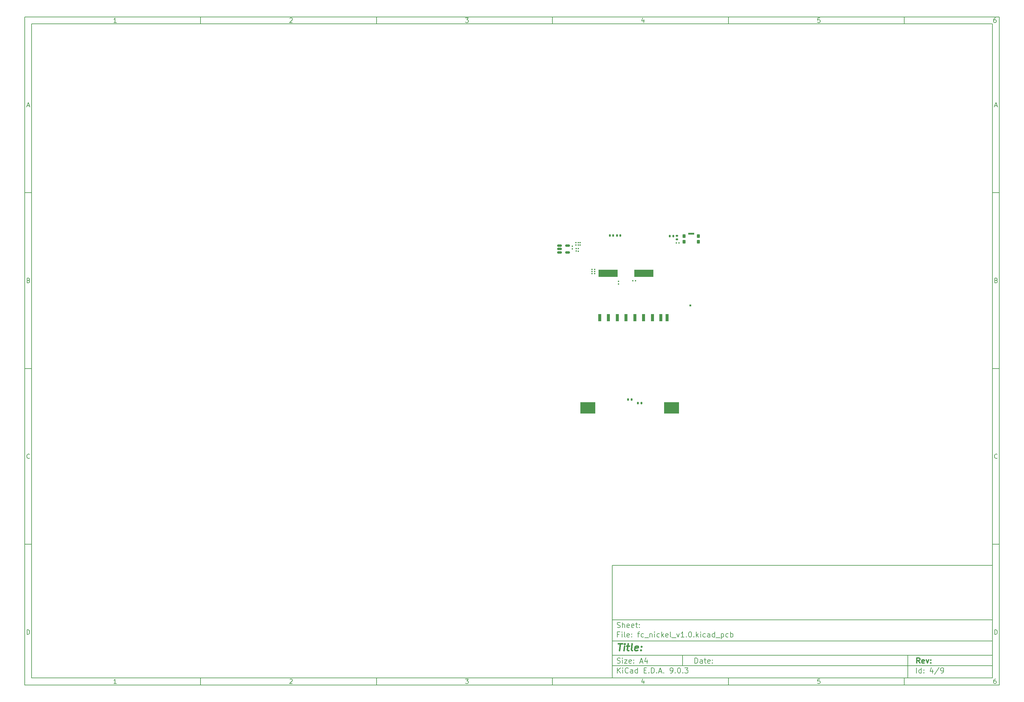
<source format=gbr>
%TF.GenerationSoftware,KiCad,Pcbnew,9.0.3*%
%TF.CreationDate,2025-08-31T17:25:54+05:30*%
%TF.ProjectId,fc_nickel_v1.0,66635f6e-6963-46b6-956c-5f76312e302e,rev?*%
%TF.SameCoordinates,Original*%
%TF.FileFunction,Paste,Bot*%
%TF.FilePolarity,Positive*%
%FSLAX46Y46*%
G04 Gerber Fmt 4.6, Leading zero omitted, Abs format (unit mm)*
G04 Created by KiCad (PCBNEW 9.0.3) date 2025-08-31 17:25:54*
%MOMM*%
%LPD*%
G01*
G04 APERTURE LIST*
G04 Aperture macros list*
%AMRoundRect*
0 Rectangle with rounded corners*
0 $1 Rounding radius*
0 $2 $3 $4 $5 $6 $7 $8 $9 X,Y pos of 4 corners*
0 Add a 4 corners polygon primitive as box body*
4,1,4,$2,$3,$4,$5,$6,$7,$8,$9,$2,$3,0*
0 Add four circle primitives for the rounded corners*
1,1,$1+$1,$2,$3*
1,1,$1+$1,$4,$5*
1,1,$1+$1,$6,$7*
1,1,$1+$1,$8,$9*
0 Add four rect primitives between the rounded corners*
20,1,$1+$1,$2,$3,$4,$5,0*
20,1,$1+$1,$4,$5,$6,$7,0*
20,1,$1+$1,$6,$7,$8,$9,0*
20,1,$1+$1,$8,$9,$2,$3,0*%
G04 Aperture macros list end*
%ADD10C,0.100000*%
%ADD11C,0.150000*%
%ADD12C,0.300000*%
%ADD13C,0.400000*%
%ADD14RoundRect,0.140000X-0.140000X-0.170000X0.140000X-0.170000X0.140000X0.170000X-0.140000X0.170000X0*%
%ADD15RoundRect,0.067500X0.137500X0.067500X-0.137500X0.067500X-0.137500X-0.067500X0.137500X-0.067500X0*%
%ADD16R,5.500000X2.000000*%
%ADD17RoundRect,0.067500X-0.067500X0.137500X-0.067500X-0.137500X0.067500X-0.137500X0.067500X0.137500X0*%
%ADD18RoundRect,0.135000X0.135000X0.185000X-0.135000X0.185000X-0.135000X-0.185000X0.135000X-0.185000X0*%
%ADD19RoundRect,0.067500X0.067500X-0.137500X0.067500X0.137500X-0.067500X0.137500X-0.067500X-0.137500X0*%
%ADD20R,0.900000X2.100000*%
%ADD21R,4.320000X3.200000*%
%ADD22RoundRect,0.135000X0.185000X-0.135000X0.185000X0.135000X-0.185000X0.135000X-0.185000X-0.135000X0*%
%ADD23RoundRect,0.135000X0.315000X0.365000X-0.315000X0.365000X-0.315000X-0.365000X0.315000X-0.365000X0*%
%ADD24RoundRect,0.082500X0.767500X0.192500X-0.767500X0.192500X-0.767500X-0.192500X0.767500X-0.192500X0*%
%ADD25RoundRect,0.067500X-0.137500X-0.067500X0.137500X-0.067500X0.137500X0.067500X-0.137500X0.067500X0*%
%ADD26RoundRect,0.135000X-0.135000X-0.185000X0.135000X-0.185000X0.135000X0.185000X-0.135000X0.185000X0*%
%ADD27R,0.500000X0.500000*%
%ADD28RoundRect,0.150000X-0.512500X-0.150000X0.512500X-0.150000X0.512500X0.150000X-0.512500X0.150000X0*%
G04 APERTURE END LIST*
D10*
D11*
X177002200Y-166007200D02*
X285002200Y-166007200D01*
X285002200Y-198007200D01*
X177002200Y-198007200D01*
X177002200Y-166007200D01*
D10*
D11*
X10000000Y-10000000D02*
X287002200Y-10000000D01*
X287002200Y-200007200D01*
X10000000Y-200007200D01*
X10000000Y-10000000D01*
D10*
D11*
X12000000Y-12000000D02*
X285002200Y-12000000D01*
X285002200Y-198007200D01*
X12000000Y-198007200D01*
X12000000Y-12000000D01*
D10*
D11*
X60000000Y-12000000D02*
X60000000Y-10000000D01*
D10*
D11*
X110000000Y-12000000D02*
X110000000Y-10000000D01*
D10*
D11*
X160000000Y-12000000D02*
X160000000Y-10000000D01*
D10*
D11*
X210000000Y-12000000D02*
X210000000Y-10000000D01*
D10*
D11*
X260000000Y-12000000D02*
X260000000Y-10000000D01*
D10*
D11*
X36089160Y-11593604D02*
X35346303Y-11593604D01*
X35717731Y-11593604D02*
X35717731Y-10293604D01*
X35717731Y-10293604D02*
X35593922Y-10479319D01*
X35593922Y-10479319D02*
X35470112Y-10603128D01*
X35470112Y-10603128D02*
X35346303Y-10665033D01*
D10*
D11*
X85346303Y-10417414D02*
X85408207Y-10355509D01*
X85408207Y-10355509D02*
X85532017Y-10293604D01*
X85532017Y-10293604D02*
X85841541Y-10293604D01*
X85841541Y-10293604D02*
X85965350Y-10355509D01*
X85965350Y-10355509D02*
X86027255Y-10417414D01*
X86027255Y-10417414D02*
X86089160Y-10541223D01*
X86089160Y-10541223D02*
X86089160Y-10665033D01*
X86089160Y-10665033D02*
X86027255Y-10850747D01*
X86027255Y-10850747D02*
X85284398Y-11593604D01*
X85284398Y-11593604D02*
X86089160Y-11593604D01*
D10*
D11*
X135284398Y-10293604D02*
X136089160Y-10293604D01*
X136089160Y-10293604D02*
X135655826Y-10788842D01*
X135655826Y-10788842D02*
X135841541Y-10788842D01*
X135841541Y-10788842D02*
X135965350Y-10850747D01*
X135965350Y-10850747D02*
X136027255Y-10912652D01*
X136027255Y-10912652D02*
X136089160Y-11036461D01*
X136089160Y-11036461D02*
X136089160Y-11345985D01*
X136089160Y-11345985D02*
X136027255Y-11469795D01*
X136027255Y-11469795D02*
X135965350Y-11531700D01*
X135965350Y-11531700D02*
X135841541Y-11593604D01*
X135841541Y-11593604D02*
X135470112Y-11593604D01*
X135470112Y-11593604D02*
X135346303Y-11531700D01*
X135346303Y-11531700D02*
X135284398Y-11469795D01*
D10*
D11*
X185965350Y-10726938D02*
X185965350Y-11593604D01*
X185655826Y-10231700D02*
X185346303Y-11160271D01*
X185346303Y-11160271D02*
X186151064Y-11160271D01*
D10*
D11*
X236027255Y-10293604D02*
X235408207Y-10293604D01*
X235408207Y-10293604D02*
X235346303Y-10912652D01*
X235346303Y-10912652D02*
X235408207Y-10850747D01*
X235408207Y-10850747D02*
X235532017Y-10788842D01*
X235532017Y-10788842D02*
X235841541Y-10788842D01*
X235841541Y-10788842D02*
X235965350Y-10850747D01*
X235965350Y-10850747D02*
X236027255Y-10912652D01*
X236027255Y-10912652D02*
X236089160Y-11036461D01*
X236089160Y-11036461D02*
X236089160Y-11345985D01*
X236089160Y-11345985D02*
X236027255Y-11469795D01*
X236027255Y-11469795D02*
X235965350Y-11531700D01*
X235965350Y-11531700D02*
X235841541Y-11593604D01*
X235841541Y-11593604D02*
X235532017Y-11593604D01*
X235532017Y-11593604D02*
X235408207Y-11531700D01*
X235408207Y-11531700D02*
X235346303Y-11469795D01*
D10*
D11*
X285965350Y-10293604D02*
X285717731Y-10293604D01*
X285717731Y-10293604D02*
X285593922Y-10355509D01*
X285593922Y-10355509D02*
X285532017Y-10417414D01*
X285532017Y-10417414D02*
X285408207Y-10603128D01*
X285408207Y-10603128D02*
X285346303Y-10850747D01*
X285346303Y-10850747D02*
X285346303Y-11345985D01*
X285346303Y-11345985D02*
X285408207Y-11469795D01*
X285408207Y-11469795D02*
X285470112Y-11531700D01*
X285470112Y-11531700D02*
X285593922Y-11593604D01*
X285593922Y-11593604D02*
X285841541Y-11593604D01*
X285841541Y-11593604D02*
X285965350Y-11531700D01*
X285965350Y-11531700D02*
X286027255Y-11469795D01*
X286027255Y-11469795D02*
X286089160Y-11345985D01*
X286089160Y-11345985D02*
X286089160Y-11036461D01*
X286089160Y-11036461D02*
X286027255Y-10912652D01*
X286027255Y-10912652D02*
X285965350Y-10850747D01*
X285965350Y-10850747D02*
X285841541Y-10788842D01*
X285841541Y-10788842D02*
X285593922Y-10788842D01*
X285593922Y-10788842D02*
X285470112Y-10850747D01*
X285470112Y-10850747D02*
X285408207Y-10912652D01*
X285408207Y-10912652D02*
X285346303Y-11036461D01*
D10*
D11*
X60000000Y-198007200D02*
X60000000Y-200007200D01*
D10*
D11*
X110000000Y-198007200D02*
X110000000Y-200007200D01*
D10*
D11*
X160000000Y-198007200D02*
X160000000Y-200007200D01*
D10*
D11*
X210000000Y-198007200D02*
X210000000Y-200007200D01*
D10*
D11*
X260000000Y-198007200D02*
X260000000Y-200007200D01*
D10*
D11*
X36089160Y-199600804D02*
X35346303Y-199600804D01*
X35717731Y-199600804D02*
X35717731Y-198300804D01*
X35717731Y-198300804D02*
X35593922Y-198486519D01*
X35593922Y-198486519D02*
X35470112Y-198610328D01*
X35470112Y-198610328D02*
X35346303Y-198672233D01*
D10*
D11*
X85346303Y-198424614D02*
X85408207Y-198362709D01*
X85408207Y-198362709D02*
X85532017Y-198300804D01*
X85532017Y-198300804D02*
X85841541Y-198300804D01*
X85841541Y-198300804D02*
X85965350Y-198362709D01*
X85965350Y-198362709D02*
X86027255Y-198424614D01*
X86027255Y-198424614D02*
X86089160Y-198548423D01*
X86089160Y-198548423D02*
X86089160Y-198672233D01*
X86089160Y-198672233D02*
X86027255Y-198857947D01*
X86027255Y-198857947D02*
X85284398Y-199600804D01*
X85284398Y-199600804D02*
X86089160Y-199600804D01*
D10*
D11*
X135284398Y-198300804D02*
X136089160Y-198300804D01*
X136089160Y-198300804D02*
X135655826Y-198796042D01*
X135655826Y-198796042D02*
X135841541Y-198796042D01*
X135841541Y-198796042D02*
X135965350Y-198857947D01*
X135965350Y-198857947D02*
X136027255Y-198919852D01*
X136027255Y-198919852D02*
X136089160Y-199043661D01*
X136089160Y-199043661D02*
X136089160Y-199353185D01*
X136089160Y-199353185D02*
X136027255Y-199476995D01*
X136027255Y-199476995D02*
X135965350Y-199538900D01*
X135965350Y-199538900D02*
X135841541Y-199600804D01*
X135841541Y-199600804D02*
X135470112Y-199600804D01*
X135470112Y-199600804D02*
X135346303Y-199538900D01*
X135346303Y-199538900D02*
X135284398Y-199476995D01*
D10*
D11*
X185965350Y-198734138D02*
X185965350Y-199600804D01*
X185655826Y-198238900D02*
X185346303Y-199167471D01*
X185346303Y-199167471D02*
X186151064Y-199167471D01*
D10*
D11*
X236027255Y-198300804D02*
X235408207Y-198300804D01*
X235408207Y-198300804D02*
X235346303Y-198919852D01*
X235346303Y-198919852D02*
X235408207Y-198857947D01*
X235408207Y-198857947D02*
X235532017Y-198796042D01*
X235532017Y-198796042D02*
X235841541Y-198796042D01*
X235841541Y-198796042D02*
X235965350Y-198857947D01*
X235965350Y-198857947D02*
X236027255Y-198919852D01*
X236027255Y-198919852D02*
X236089160Y-199043661D01*
X236089160Y-199043661D02*
X236089160Y-199353185D01*
X236089160Y-199353185D02*
X236027255Y-199476995D01*
X236027255Y-199476995D02*
X235965350Y-199538900D01*
X235965350Y-199538900D02*
X235841541Y-199600804D01*
X235841541Y-199600804D02*
X235532017Y-199600804D01*
X235532017Y-199600804D02*
X235408207Y-199538900D01*
X235408207Y-199538900D02*
X235346303Y-199476995D01*
D10*
D11*
X285965350Y-198300804D02*
X285717731Y-198300804D01*
X285717731Y-198300804D02*
X285593922Y-198362709D01*
X285593922Y-198362709D02*
X285532017Y-198424614D01*
X285532017Y-198424614D02*
X285408207Y-198610328D01*
X285408207Y-198610328D02*
X285346303Y-198857947D01*
X285346303Y-198857947D02*
X285346303Y-199353185D01*
X285346303Y-199353185D02*
X285408207Y-199476995D01*
X285408207Y-199476995D02*
X285470112Y-199538900D01*
X285470112Y-199538900D02*
X285593922Y-199600804D01*
X285593922Y-199600804D02*
X285841541Y-199600804D01*
X285841541Y-199600804D02*
X285965350Y-199538900D01*
X285965350Y-199538900D02*
X286027255Y-199476995D01*
X286027255Y-199476995D02*
X286089160Y-199353185D01*
X286089160Y-199353185D02*
X286089160Y-199043661D01*
X286089160Y-199043661D02*
X286027255Y-198919852D01*
X286027255Y-198919852D02*
X285965350Y-198857947D01*
X285965350Y-198857947D02*
X285841541Y-198796042D01*
X285841541Y-198796042D02*
X285593922Y-198796042D01*
X285593922Y-198796042D02*
X285470112Y-198857947D01*
X285470112Y-198857947D02*
X285408207Y-198919852D01*
X285408207Y-198919852D02*
X285346303Y-199043661D01*
D10*
D11*
X10000000Y-60000000D02*
X12000000Y-60000000D01*
D10*
D11*
X10000000Y-110000000D02*
X12000000Y-110000000D01*
D10*
D11*
X10000000Y-160000000D02*
X12000000Y-160000000D01*
D10*
D11*
X10690476Y-35222176D02*
X11309523Y-35222176D01*
X10566666Y-35593604D02*
X10999999Y-34293604D01*
X10999999Y-34293604D02*
X11433333Y-35593604D01*
D10*
D11*
X11092857Y-84912652D02*
X11278571Y-84974557D01*
X11278571Y-84974557D02*
X11340476Y-85036461D01*
X11340476Y-85036461D02*
X11402380Y-85160271D01*
X11402380Y-85160271D02*
X11402380Y-85345985D01*
X11402380Y-85345985D02*
X11340476Y-85469795D01*
X11340476Y-85469795D02*
X11278571Y-85531700D01*
X11278571Y-85531700D02*
X11154761Y-85593604D01*
X11154761Y-85593604D02*
X10659523Y-85593604D01*
X10659523Y-85593604D02*
X10659523Y-84293604D01*
X10659523Y-84293604D02*
X11092857Y-84293604D01*
X11092857Y-84293604D02*
X11216666Y-84355509D01*
X11216666Y-84355509D02*
X11278571Y-84417414D01*
X11278571Y-84417414D02*
X11340476Y-84541223D01*
X11340476Y-84541223D02*
X11340476Y-84665033D01*
X11340476Y-84665033D02*
X11278571Y-84788842D01*
X11278571Y-84788842D02*
X11216666Y-84850747D01*
X11216666Y-84850747D02*
X11092857Y-84912652D01*
X11092857Y-84912652D02*
X10659523Y-84912652D01*
D10*
D11*
X11402380Y-135469795D02*
X11340476Y-135531700D01*
X11340476Y-135531700D02*
X11154761Y-135593604D01*
X11154761Y-135593604D02*
X11030952Y-135593604D01*
X11030952Y-135593604D02*
X10845238Y-135531700D01*
X10845238Y-135531700D02*
X10721428Y-135407890D01*
X10721428Y-135407890D02*
X10659523Y-135284080D01*
X10659523Y-135284080D02*
X10597619Y-135036461D01*
X10597619Y-135036461D02*
X10597619Y-134850747D01*
X10597619Y-134850747D02*
X10659523Y-134603128D01*
X10659523Y-134603128D02*
X10721428Y-134479319D01*
X10721428Y-134479319D02*
X10845238Y-134355509D01*
X10845238Y-134355509D02*
X11030952Y-134293604D01*
X11030952Y-134293604D02*
X11154761Y-134293604D01*
X11154761Y-134293604D02*
X11340476Y-134355509D01*
X11340476Y-134355509D02*
X11402380Y-134417414D01*
D10*
D11*
X10659523Y-185593604D02*
X10659523Y-184293604D01*
X10659523Y-184293604D02*
X10969047Y-184293604D01*
X10969047Y-184293604D02*
X11154761Y-184355509D01*
X11154761Y-184355509D02*
X11278571Y-184479319D01*
X11278571Y-184479319D02*
X11340476Y-184603128D01*
X11340476Y-184603128D02*
X11402380Y-184850747D01*
X11402380Y-184850747D02*
X11402380Y-185036461D01*
X11402380Y-185036461D02*
X11340476Y-185284080D01*
X11340476Y-185284080D02*
X11278571Y-185407890D01*
X11278571Y-185407890D02*
X11154761Y-185531700D01*
X11154761Y-185531700D02*
X10969047Y-185593604D01*
X10969047Y-185593604D02*
X10659523Y-185593604D01*
D10*
D11*
X287002200Y-60000000D02*
X285002200Y-60000000D01*
D10*
D11*
X287002200Y-110000000D02*
X285002200Y-110000000D01*
D10*
D11*
X287002200Y-160000000D02*
X285002200Y-160000000D01*
D10*
D11*
X285692676Y-35222176D02*
X286311723Y-35222176D01*
X285568866Y-35593604D02*
X286002199Y-34293604D01*
X286002199Y-34293604D02*
X286435533Y-35593604D01*
D10*
D11*
X286095057Y-84912652D02*
X286280771Y-84974557D01*
X286280771Y-84974557D02*
X286342676Y-85036461D01*
X286342676Y-85036461D02*
X286404580Y-85160271D01*
X286404580Y-85160271D02*
X286404580Y-85345985D01*
X286404580Y-85345985D02*
X286342676Y-85469795D01*
X286342676Y-85469795D02*
X286280771Y-85531700D01*
X286280771Y-85531700D02*
X286156961Y-85593604D01*
X286156961Y-85593604D02*
X285661723Y-85593604D01*
X285661723Y-85593604D02*
X285661723Y-84293604D01*
X285661723Y-84293604D02*
X286095057Y-84293604D01*
X286095057Y-84293604D02*
X286218866Y-84355509D01*
X286218866Y-84355509D02*
X286280771Y-84417414D01*
X286280771Y-84417414D02*
X286342676Y-84541223D01*
X286342676Y-84541223D02*
X286342676Y-84665033D01*
X286342676Y-84665033D02*
X286280771Y-84788842D01*
X286280771Y-84788842D02*
X286218866Y-84850747D01*
X286218866Y-84850747D02*
X286095057Y-84912652D01*
X286095057Y-84912652D02*
X285661723Y-84912652D01*
D10*
D11*
X286404580Y-135469795D02*
X286342676Y-135531700D01*
X286342676Y-135531700D02*
X286156961Y-135593604D01*
X286156961Y-135593604D02*
X286033152Y-135593604D01*
X286033152Y-135593604D02*
X285847438Y-135531700D01*
X285847438Y-135531700D02*
X285723628Y-135407890D01*
X285723628Y-135407890D02*
X285661723Y-135284080D01*
X285661723Y-135284080D02*
X285599819Y-135036461D01*
X285599819Y-135036461D02*
X285599819Y-134850747D01*
X285599819Y-134850747D02*
X285661723Y-134603128D01*
X285661723Y-134603128D02*
X285723628Y-134479319D01*
X285723628Y-134479319D02*
X285847438Y-134355509D01*
X285847438Y-134355509D02*
X286033152Y-134293604D01*
X286033152Y-134293604D02*
X286156961Y-134293604D01*
X286156961Y-134293604D02*
X286342676Y-134355509D01*
X286342676Y-134355509D02*
X286404580Y-134417414D01*
D10*
D11*
X285661723Y-185593604D02*
X285661723Y-184293604D01*
X285661723Y-184293604D02*
X285971247Y-184293604D01*
X285971247Y-184293604D02*
X286156961Y-184355509D01*
X286156961Y-184355509D02*
X286280771Y-184479319D01*
X286280771Y-184479319D02*
X286342676Y-184603128D01*
X286342676Y-184603128D02*
X286404580Y-184850747D01*
X286404580Y-184850747D02*
X286404580Y-185036461D01*
X286404580Y-185036461D02*
X286342676Y-185284080D01*
X286342676Y-185284080D02*
X286280771Y-185407890D01*
X286280771Y-185407890D02*
X286156961Y-185531700D01*
X286156961Y-185531700D02*
X285971247Y-185593604D01*
X285971247Y-185593604D02*
X285661723Y-185593604D01*
D10*
D11*
X200458026Y-193793328D02*
X200458026Y-192293328D01*
X200458026Y-192293328D02*
X200815169Y-192293328D01*
X200815169Y-192293328D02*
X201029455Y-192364757D01*
X201029455Y-192364757D02*
X201172312Y-192507614D01*
X201172312Y-192507614D02*
X201243741Y-192650471D01*
X201243741Y-192650471D02*
X201315169Y-192936185D01*
X201315169Y-192936185D02*
X201315169Y-193150471D01*
X201315169Y-193150471D02*
X201243741Y-193436185D01*
X201243741Y-193436185D02*
X201172312Y-193579042D01*
X201172312Y-193579042D02*
X201029455Y-193721900D01*
X201029455Y-193721900D02*
X200815169Y-193793328D01*
X200815169Y-193793328D02*
X200458026Y-193793328D01*
X202600884Y-193793328D02*
X202600884Y-193007614D01*
X202600884Y-193007614D02*
X202529455Y-192864757D01*
X202529455Y-192864757D02*
X202386598Y-192793328D01*
X202386598Y-192793328D02*
X202100884Y-192793328D01*
X202100884Y-192793328D02*
X201958026Y-192864757D01*
X202600884Y-193721900D02*
X202458026Y-193793328D01*
X202458026Y-193793328D02*
X202100884Y-193793328D01*
X202100884Y-193793328D02*
X201958026Y-193721900D01*
X201958026Y-193721900D02*
X201886598Y-193579042D01*
X201886598Y-193579042D02*
X201886598Y-193436185D01*
X201886598Y-193436185D02*
X201958026Y-193293328D01*
X201958026Y-193293328D02*
X202100884Y-193221900D01*
X202100884Y-193221900D02*
X202458026Y-193221900D01*
X202458026Y-193221900D02*
X202600884Y-193150471D01*
X203100884Y-192793328D02*
X203672312Y-192793328D01*
X203315169Y-192293328D02*
X203315169Y-193579042D01*
X203315169Y-193579042D02*
X203386598Y-193721900D01*
X203386598Y-193721900D02*
X203529455Y-193793328D01*
X203529455Y-193793328D02*
X203672312Y-193793328D01*
X204743741Y-193721900D02*
X204600884Y-193793328D01*
X204600884Y-193793328D02*
X204315170Y-193793328D01*
X204315170Y-193793328D02*
X204172312Y-193721900D01*
X204172312Y-193721900D02*
X204100884Y-193579042D01*
X204100884Y-193579042D02*
X204100884Y-193007614D01*
X204100884Y-193007614D02*
X204172312Y-192864757D01*
X204172312Y-192864757D02*
X204315170Y-192793328D01*
X204315170Y-192793328D02*
X204600884Y-192793328D01*
X204600884Y-192793328D02*
X204743741Y-192864757D01*
X204743741Y-192864757D02*
X204815170Y-193007614D01*
X204815170Y-193007614D02*
X204815170Y-193150471D01*
X204815170Y-193150471D02*
X204100884Y-193293328D01*
X205458026Y-193650471D02*
X205529455Y-193721900D01*
X205529455Y-193721900D02*
X205458026Y-193793328D01*
X205458026Y-193793328D02*
X205386598Y-193721900D01*
X205386598Y-193721900D02*
X205458026Y-193650471D01*
X205458026Y-193650471D02*
X205458026Y-193793328D01*
X205458026Y-192864757D02*
X205529455Y-192936185D01*
X205529455Y-192936185D02*
X205458026Y-193007614D01*
X205458026Y-193007614D02*
X205386598Y-192936185D01*
X205386598Y-192936185D02*
X205458026Y-192864757D01*
X205458026Y-192864757D02*
X205458026Y-193007614D01*
D10*
D11*
X177002200Y-194507200D02*
X285002200Y-194507200D01*
D10*
D11*
X178458026Y-196593328D02*
X178458026Y-195093328D01*
X179315169Y-196593328D02*
X178672312Y-195736185D01*
X179315169Y-195093328D02*
X178458026Y-195950471D01*
X179958026Y-196593328D02*
X179958026Y-195593328D01*
X179958026Y-195093328D02*
X179886598Y-195164757D01*
X179886598Y-195164757D02*
X179958026Y-195236185D01*
X179958026Y-195236185D02*
X180029455Y-195164757D01*
X180029455Y-195164757D02*
X179958026Y-195093328D01*
X179958026Y-195093328D02*
X179958026Y-195236185D01*
X181529455Y-196450471D02*
X181458027Y-196521900D01*
X181458027Y-196521900D02*
X181243741Y-196593328D01*
X181243741Y-196593328D02*
X181100884Y-196593328D01*
X181100884Y-196593328D02*
X180886598Y-196521900D01*
X180886598Y-196521900D02*
X180743741Y-196379042D01*
X180743741Y-196379042D02*
X180672312Y-196236185D01*
X180672312Y-196236185D02*
X180600884Y-195950471D01*
X180600884Y-195950471D02*
X180600884Y-195736185D01*
X180600884Y-195736185D02*
X180672312Y-195450471D01*
X180672312Y-195450471D02*
X180743741Y-195307614D01*
X180743741Y-195307614D02*
X180886598Y-195164757D01*
X180886598Y-195164757D02*
X181100884Y-195093328D01*
X181100884Y-195093328D02*
X181243741Y-195093328D01*
X181243741Y-195093328D02*
X181458027Y-195164757D01*
X181458027Y-195164757D02*
X181529455Y-195236185D01*
X182815170Y-196593328D02*
X182815170Y-195807614D01*
X182815170Y-195807614D02*
X182743741Y-195664757D01*
X182743741Y-195664757D02*
X182600884Y-195593328D01*
X182600884Y-195593328D02*
X182315170Y-195593328D01*
X182315170Y-195593328D02*
X182172312Y-195664757D01*
X182815170Y-196521900D02*
X182672312Y-196593328D01*
X182672312Y-196593328D02*
X182315170Y-196593328D01*
X182315170Y-196593328D02*
X182172312Y-196521900D01*
X182172312Y-196521900D02*
X182100884Y-196379042D01*
X182100884Y-196379042D02*
X182100884Y-196236185D01*
X182100884Y-196236185D02*
X182172312Y-196093328D01*
X182172312Y-196093328D02*
X182315170Y-196021900D01*
X182315170Y-196021900D02*
X182672312Y-196021900D01*
X182672312Y-196021900D02*
X182815170Y-195950471D01*
X184172313Y-196593328D02*
X184172313Y-195093328D01*
X184172313Y-196521900D02*
X184029455Y-196593328D01*
X184029455Y-196593328D02*
X183743741Y-196593328D01*
X183743741Y-196593328D02*
X183600884Y-196521900D01*
X183600884Y-196521900D02*
X183529455Y-196450471D01*
X183529455Y-196450471D02*
X183458027Y-196307614D01*
X183458027Y-196307614D02*
X183458027Y-195879042D01*
X183458027Y-195879042D02*
X183529455Y-195736185D01*
X183529455Y-195736185D02*
X183600884Y-195664757D01*
X183600884Y-195664757D02*
X183743741Y-195593328D01*
X183743741Y-195593328D02*
X184029455Y-195593328D01*
X184029455Y-195593328D02*
X184172313Y-195664757D01*
X186029455Y-195807614D02*
X186529455Y-195807614D01*
X186743741Y-196593328D02*
X186029455Y-196593328D01*
X186029455Y-196593328D02*
X186029455Y-195093328D01*
X186029455Y-195093328D02*
X186743741Y-195093328D01*
X187386598Y-196450471D02*
X187458027Y-196521900D01*
X187458027Y-196521900D02*
X187386598Y-196593328D01*
X187386598Y-196593328D02*
X187315170Y-196521900D01*
X187315170Y-196521900D02*
X187386598Y-196450471D01*
X187386598Y-196450471D02*
X187386598Y-196593328D01*
X188100884Y-196593328D02*
X188100884Y-195093328D01*
X188100884Y-195093328D02*
X188458027Y-195093328D01*
X188458027Y-195093328D02*
X188672313Y-195164757D01*
X188672313Y-195164757D02*
X188815170Y-195307614D01*
X188815170Y-195307614D02*
X188886599Y-195450471D01*
X188886599Y-195450471D02*
X188958027Y-195736185D01*
X188958027Y-195736185D02*
X188958027Y-195950471D01*
X188958027Y-195950471D02*
X188886599Y-196236185D01*
X188886599Y-196236185D02*
X188815170Y-196379042D01*
X188815170Y-196379042D02*
X188672313Y-196521900D01*
X188672313Y-196521900D02*
X188458027Y-196593328D01*
X188458027Y-196593328D02*
X188100884Y-196593328D01*
X189600884Y-196450471D02*
X189672313Y-196521900D01*
X189672313Y-196521900D02*
X189600884Y-196593328D01*
X189600884Y-196593328D02*
X189529456Y-196521900D01*
X189529456Y-196521900D02*
X189600884Y-196450471D01*
X189600884Y-196450471D02*
X189600884Y-196593328D01*
X190243742Y-196164757D02*
X190958028Y-196164757D01*
X190100885Y-196593328D02*
X190600885Y-195093328D01*
X190600885Y-195093328D02*
X191100885Y-196593328D01*
X191600884Y-196450471D02*
X191672313Y-196521900D01*
X191672313Y-196521900D02*
X191600884Y-196593328D01*
X191600884Y-196593328D02*
X191529456Y-196521900D01*
X191529456Y-196521900D02*
X191600884Y-196450471D01*
X191600884Y-196450471D02*
X191600884Y-196593328D01*
X193529456Y-196593328D02*
X193815170Y-196593328D01*
X193815170Y-196593328D02*
X193958027Y-196521900D01*
X193958027Y-196521900D02*
X194029456Y-196450471D01*
X194029456Y-196450471D02*
X194172313Y-196236185D01*
X194172313Y-196236185D02*
X194243742Y-195950471D01*
X194243742Y-195950471D02*
X194243742Y-195379042D01*
X194243742Y-195379042D02*
X194172313Y-195236185D01*
X194172313Y-195236185D02*
X194100885Y-195164757D01*
X194100885Y-195164757D02*
X193958027Y-195093328D01*
X193958027Y-195093328D02*
X193672313Y-195093328D01*
X193672313Y-195093328D02*
X193529456Y-195164757D01*
X193529456Y-195164757D02*
X193458027Y-195236185D01*
X193458027Y-195236185D02*
X193386599Y-195379042D01*
X193386599Y-195379042D02*
X193386599Y-195736185D01*
X193386599Y-195736185D02*
X193458027Y-195879042D01*
X193458027Y-195879042D02*
X193529456Y-195950471D01*
X193529456Y-195950471D02*
X193672313Y-196021900D01*
X193672313Y-196021900D02*
X193958027Y-196021900D01*
X193958027Y-196021900D02*
X194100885Y-195950471D01*
X194100885Y-195950471D02*
X194172313Y-195879042D01*
X194172313Y-195879042D02*
X194243742Y-195736185D01*
X194886598Y-196450471D02*
X194958027Y-196521900D01*
X194958027Y-196521900D02*
X194886598Y-196593328D01*
X194886598Y-196593328D02*
X194815170Y-196521900D01*
X194815170Y-196521900D02*
X194886598Y-196450471D01*
X194886598Y-196450471D02*
X194886598Y-196593328D01*
X195886599Y-195093328D02*
X196029456Y-195093328D01*
X196029456Y-195093328D02*
X196172313Y-195164757D01*
X196172313Y-195164757D02*
X196243742Y-195236185D01*
X196243742Y-195236185D02*
X196315170Y-195379042D01*
X196315170Y-195379042D02*
X196386599Y-195664757D01*
X196386599Y-195664757D02*
X196386599Y-196021900D01*
X196386599Y-196021900D02*
X196315170Y-196307614D01*
X196315170Y-196307614D02*
X196243742Y-196450471D01*
X196243742Y-196450471D02*
X196172313Y-196521900D01*
X196172313Y-196521900D02*
X196029456Y-196593328D01*
X196029456Y-196593328D02*
X195886599Y-196593328D01*
X195886599Y-196593328D02*
X195743742Y-196521900D01*
X195743742Y-196521900D02*
X195672313Y-196450471D01*
X195672313Y-196450471D02*
X195600884Y-196307614D01*
X195600884Y-196307614D02*
X195529456Y-196021900D01*
X195529456Y-196021900D02*
X195529456Y-195664757D01*
X195529456Y-195664757D02*
X195600884Y-195379042D01*
X195600884Y-195379042D02*
X195672313Y-195236185D01*
X195672313Y-195236185D02*
X195743742Y-195164757D01*
X195743742Y-195164757D02*
X195886599Y-195093328D01*
X197029455Y-196450471D02*
X197100884Y-196521900D01*
X197100884Y-196521900D02*
X197029455Y-196593328D01*
X197029455Y-196593328D02*
X196958027Y-196521900D01*
X196958027Y-196521900D02*
X197029455Y-196450471D01*
X197029455Y-196450471D02*
X197029455Y-196593328D01*
X197600884Y-195093328D02*
X198529456Y-195093328D01*
X198529456Y-195093328D02*
X198029456Y-195664757D01*
X198029456Y-195664757D02*
X198243741Y-195664757D01*
X198243741Y-195664757D02*
X198386599Y-195736185D01*
X198386599Y-195736185D02*
X198458027Y-195807614D01*
X198458027Y-195807614D02*
X198529456Y-195950471D01*
X198529456Y-195950471D02*
X198529456Y-196307614D01*
X198529456Y-196307614D02*
X198458027Y-196450471D01*
X198458027Y-196450471D02*
X198386599Y-196521900D01*
X198386599Y-196521900D02*
X198243741Y-196593328D01*
X198243741Y-196593328D02*
X197815170Y-196593328D01*
X197815170Y-196593328D02*
X197672313Y-196521900D01*
X197672313Y-196521900D02*
X197600884Y-196450471D01*
D10*
D11*
X177002200Y-191507200D02*
X285002200Y-191507200D01*
D10*
D12*
X264413853Y-193785528D02*
X263913853Y-193071242D01*
X263556710Y-193785528D02*
X263556710Y-192285528D01*
X263556710Y-192285528D02*
X264128139Y-192285528D01*
X264128139Y-192285528D02*
X264270996Y-192356957D01*
X264270996Y-192356957D02*
X264342425Y-192428385D01*
X264342425Y-192428385D02*
X264413853Y-192571242D01*
X264413853Y-192571242D02*
X264413853Y-192785528D01*
X264413853Y-192785528D02*
X264342425Y-192928385D01*
X264342425Y-192928385D02*
X264270996Y-192999814D01*
X264270996Y-192999814D02*
X264128139Y-193071242D01*
X264128139Y-193071242D02*
X263556710Y-193071242D01*
X265628139Y-193714100D02*
X265485282Y-193785528D01*
X265485282Y-193785528D02*
X265199568Y-193785528D01*
X265199568Y-193785528D02*
X265056710Y-193714100D01*
X265056710Y-193714100D02*
X264985282Y-193571242D01*
X264985282Y-193571242D02*
X264985282Y-192999814D01*
X264985282Y-192999814D02*
X265056710Y-192856957D01*
X265056710Y-192856957D02*
X265199568Y-192785528D01*
X265199568Y-192785528D02*
X265485282Y-192785528D01*
X265485282Y-192785528D02*
X265628139Y-192856957D01*
X265628139Y-192856957D02*
X265699568Y-192999814D01*
X265699568Y-192999814D02*
X265699568Y-193142671D01*
X265699568Y-193142671D02*
X264985282Y-193285528D01*
X266199567Y-192785528D02*
X266556710Y-193785528D01*
X266556710Y-193785528D02*
X266913853Y-192785528D01*
X267485281Y-193642671D02*
X267556710Y-193714100D01*
X267556710Y-193714100D02*
X267485281Y-193785528D01*
X267485281Y-193785528D02*
X267413853Y-193714100D01*
X267413853Y-193714100D02*
X267485281Y-193642671D01*
X267485281Y-193642671D02*
X267485281Y-193785528D01*
X267485281Y-192856957D02*
X267556710Y-192928385D01*
X267556710Y-192928385D02*
X267485281Y-192999814D01*
X267485281Y-192999814D02*
X267413853Y-192928385D01*
X267413853Y-192928385D02*
X267485281Y-192856957D01*
X267485281Y-192856957D02*
X267485281Y-192999814D01*
D10*
D11*
X178386598Y-193721900D02*
X178600884Y-193793328D01*
X178600884Y-193793328D02*
X178958026Y-193793328D01*
X178958026Y-193793328D02*
X179100884Y-193721900D01*
X179100884Y-193721900D02*
X179172312Y-193650471D01*
X179172312Y-193650471D02*
X179243741Y-193507614D01*
X179243741Y-193507614D02*
X179243741Y-193364757D01*
X179243741Y-193364757D02*
X179172312Y-193221900D01*
X179172312Y-193221900D02*
X179100884Y-193150471D01*
X179100884Y-193150471D02*
X178958026Y-193079042D01*
X178958026Y-193079042D02*
X178672312Y-193007614D01*
X178672312Y-193007614D02*
X178529455Y-192936185D01*
X178529455Y-192936185D02*
X178458026Y-192864757D01*
X178458026Y-192864757D02*
X178386598Y-192721900D01*
X178386598Y-192721900D02*
X178386598Y-192579042D01*
X178386598Y-192579042D02*
X178458026Y-192436185D01*
X178458026Y-192436185D02*
X178529455Y-192364757D01*
X178529455Y-192364757D02*
X178672312Y-192293328D01*
X178672312Y-192293328D02*
X179029455Y-192293328D01*
X179029455Y-192293328D02*
X179243741Y-192364757D01*
X179886597Y-193793328D02*
X179886597Y-192793328D01*
X179886597Y-192293328D02*
X179815169Y-192364757D01*
X179815169Y-192364757D02*
X179886597Y-192436185D01*
X179886597Y-192436185D02*
X179958026Y-192364757D01*
X179958026Y-192364757D02*
X179886597Y-192293328D01*
X179886597Y-192293328D02*
X179886597Y-192436185D01*
X180458026Y-192793328D02*
X181243741Y-192793328D01*
X181243741Y-192793328D02*
X180458026Y-193793328D01*
X180458026Y-193793328D02*
X181243741Y-193793328D01*
X182386598Y-193721900D02*
X182243741Y-193793328D01*
X182243741Y-193793328D02*
X181958027Y-193793328D01*
X181958027Y-193793328D02*
X181815169Y-193721900D01*
X181815169Y-193721900D02*
X181743741Y-193579042D01*
X181743741Y-193579042D02*
X181743741Y-193007614D01*
X181743741Y-193007614D02*
X181815169Y-192864757D01*
X181815169Y-192864757D02*
X181958027Y-192793328D01*
X181958027Y-192793328D02*
X182243741Y-192793328D01*
X182243741Y-192793328D02*
X182386598Y-192864757D01*
X182386598Y-192864757D02*
X182458027Y-193007614D01*
X182458027Y-193007614D02*
X182458027Y-193150471D01*
X182458027Y-193150471D02*
X181743741Y-193293328D01*
X183100883Y-193650471D02*
X183172312Y-193721900D01*
X183172312Y-193721900D02*
X183100883Y-193793328D01*
X183100883Y-193793328D02*
X183029455Y-193721900D01*
X183029455Y-193721900D02*
X183100883Y-193650471D01*
X183100883Y-193650471D02*
X183100883Y-193793328D01*
X183100883Y-192864757D02*
X183172312Y-192936185D01*
X183172312Y-192936185D02*
X183100883Y-193007614D01*
X183100883Y-193007614D02*
X183029455Y-192936185D01*
X183029455Y-192936185D02*
X183100883Y-192864757D01*
X183100883Y-192864757D02*
X183100883Y-193007614D01*
X184886598Y-193364757D02*
X185600884Y-193364757D01*
X184743741Y-193793328D02*
X185243741Y-192293328D01*
X185243741Y-192293328D02*
X185743741Y-193793328D01*
X186886598Y-192793328D02*
X186886598Y-193793328D01*
X186529455Y-192221900D02*
X186172312Y-193293328D01*
X186172312Y-193293328D02*
X187100883Y-193293328D01*
D10*
D11*
X263458026Y-196593328D02*
X263458026Y-195093328D01*
X264815170Y-196593328D02*
X264815170Y-195093328D01*
X264815170Y-196521900D02*
X264672312Y-196593328D01*
X264672312Y-196593328D02*
X264386598Y-196593328D01*
X264386598Y-196593328D02*
X264243741Y-196521900D01*
X264243741Y-196521900D02*
X264172312Y-196450471D01*
X264172312Y-196450471D02*
X264100884Y-196307614D01*
X264100884Y-196307614D02*
X264100884Y-195879042D01*
X264100884Y-195879042D02*
X264172312Y-195736185D01*
X264172312Y-195736185D02*
X264243741Y-195664757D01*
X264243741Y-195664757D02*
X264386598Y-195593328D01*
X264386598Y-195593328D02*
X264672312Y-195593328D01*
X264672312Y-195593328D02*
X264815170Y-195664757D01*
X265529455Y-196450471D02*
X265600884Y-196521900D01*
X265600884Y-196521900D02*
X265529455Y-196593328D01*
X265529455Y-196593328D02*
X265458027Y-196521900D01*
X265458027Y-196521900D02*
X265529455Y-196450471D01*
X265529455Y-196450471D02*
X265529455Y-196593328D01*
X265529455Y-195664757D02*
X265600884Y-195736185D01*
X265600884Y-195736185D02*
X265529455Y-195807614D01*
X265529455Y-195807614D02*
X265458027Y-195736185D01*
X265458027Y-195736185D02*
X265529455Y-195664757D01*
X265529455Y-195664757D02*
X265529455Y-195807614D01*
X268029456Y-195593328D02*
X268029456Y-196593328D01*
X267672313Y-195021900D02*
X267315170Y-196093328D01*
X267315170Y-196093328D02*
X268243741Y-196093328D01*
X269886598Y-195021900D02*
X268600884Y-196950471D01*
X270458027Y-196593328D02*
X270743741Y-196593328D01*
X270743741Y-196593328D02*
X270886598Y-196521900D01*
X270886598Y-196521900D02*
X270958027Y-196450471D01*
X270958027Y-196450471D02*
X271100884Y-196236185D01*
X271100884Y-196236185D02*
X271172313Y-195950471D01*
X271172313Y-195950471D02*
X271172313Y-195379042D01*
X271172313Y-195379042D02*
X271100884Y-195236185D01*
X271100884Y-195236185D02*
X271029456Y-195164757D01*
X271029456Y-195164757D02*
X270886598Y-195093328D01*
X270886598Y-195093328D02*
X270600884Y-195093328D01*
X270600884Y-195093328D02*
X270458027Y-195164757D01*
X270458027Y-195164757D02*
X270386598Y-195236185D01*
X270386598Y-195236185D02*
X270315170Y-195379042D01*
X270315170Y-195379042D02*
X270315170Y-195736185D01*
X270315170Y-195736185D02*
X270386598Y-195879042D01*
X270386598Y-195879042D02*
X270458027Y-195950471D01*
X270458027Y-195950471D02*
X270600884Y-196021900D01*
X270600884Y-196021900D02*
X270886598Y-196021900D01*
X270886598Y-196021900D02*
X271029456Y-195950471D01*
X271029456Y-195950471D02*
X271100884Y-195879042D01*
X271100884Y-195879042D02*
X271172313Y-195736185D01*
D10*
D11*
X177002200Y-187507200D02*
X285002200Y-187507200D01*
D10*
D13*
X178693928Y-188211638D02*
X179836785Y-188211638D01*
X179015357Y-190211638D02*
X179265357Y-188211638D01*
X180253452Y-190211638D02*
X180420119Y-188878304D01*
X180503452Y-188211638D02*
X180396309Y-188306876D01*
X180396309Y-188306876D02*
X180479643Y-188402114D01*
X180479643Y-188402114D02*
X180586786Y-188306876D01*
X180586786Y-188306876D02*
X180503452Y-188211638D01*
X180503452Y-188211638D02*
X180479643Y-188402114D01*
X181086786Y-188878304D02*
X181848690Y-188878304D01*
X181455833Y-188211638D02*
X181241548Y-189925923D01*
X181241548Y-189925923D02*
X181312976Y-190116400D01*
X181312976Y-190116400D02*
X181491548Y-190211638D01*
X181491548Y-190211638D02*
X181682024Y-190211638D01*
X182634405Y-190211638D02*
X182455833Y-190116400D01*
X182455833Y-190116400D02*
X182384405Y-189925923D01*
X182384405Y-189925923D02*
X182598690Y-188211638D01*
X184170119Y-190116400D02*
X183967738Y-190211638D01*
X183967738Y-190211638D02*
X183586785Y-190211638D01*
X183586785Y-190211638D02*
X183408214Y-190116400D01*
X183408214Y-190116400D02*
X183336785Y-189925923D01*
X183336785Y-189925923D02*
X183432024Y-189164019D01*
X183432024Y-189164019D02*
X183551071Y-188973542D01*
X183551071Y-188973542D02*
X183753452Y-188878304D01*
X183753452Y-188878304D02*
X184134404Y-188878304D01*
X184134404Y-188878304D02*
X184312976Y-188973542D01*
X184312976Y-188973542D02*
X184384404Y-189164019D01*
X184384404Y-189164019D02*
X184360595Y-189354495D01*
X184360595Y-189354495D02*
X183384404Y-189544971D01*
X185134405Y-190021161D02*
X185217738Y-190116400D01*
X185217738Y-190116400D02*
X185110595Y-190211638D01*
X185110595Y-190211638D02*
X185027262Y-190116400D01*
X185027262Y-190116400D02*
X185134405Y-190021161D01*
X185134405Y-190021161D02*
X185110595Y-190211638D01*
X185265357Y-188973542D02*
X185348690Y-189068780D01*
X185348690Y-189068780D02*
X185241548Y-189164019D01*
X185241548Y-189164019D02*
X185158214Y-189068780D01*
X185158214Y-189068780D02*
X185265357Y-188973542D01*
X185265357Y-188973542D02*
X185241548Y-189164019D01*
D10*
D11*
X178958026Y-185607614D02*
X178458026Y-185607614D01*
X178458026Y-186393328D02*
X178458026Y-184893328D01*
X178458026Y-184893328D02*
X179172312Y-184893328D01*
X179743740Y-186393328D02*
X179743740Y-185393328D01*
X179743740Y-184893328D02*
X179672312Y-184964757D01*
X179672312Y-184964757D02*
X179743740Y-185036185D01*
X179743740Y-185036185D02*
X179815169Y-184964757D01*
X179815169Y-184964757D02*
X179743740Y-184893328D01*
X179743740Y-184893328D02*
X179743740Y-185036185D01*
X180672312Y-186393328D02*
X180529455Y-186321900D01*
X180529455Y-186321900D02*
X180458026Y-186179042D01*
X180458026Y-186179042D02*
X180458026Y-184893328D01*
X181815169Y-186321900D02*
X181672312Y-186393328D01*
X181672312Y-186393328D02*
X181386598Y-186393328D01*
X181386598Y-186393328D02*
X181243740Y-186321900D01*
X181243740Y-186321900D02*
X181172312Y-186179042D01*
X181172312Y-186179042D02*
X181172312Y-185607614D01*
X181172312Y-185607614D02*
X181243740Y-185464757D01*
X181243740Y-185464757D02*
X181386598Y-185393328D01*
X181386598Y-185393328D02*
X181672312Y-185393328D01*
X181672312Y-185393328D02*
X181815169Y-185464757D01*
X181815169Y-185464757D02*
X181886598Y-185607614D01*
X181886598Y-185607614D02*
X181886598Y-185750471D01*
X181886598Y-185750471D02*
X181172312Y-185893328D01*
X182529454Y-186250471D02*
X182600883Y-186321900D01*
X182600883Y-186321900D02*
X182529454Y-186393328D01*
X182529454Y-186393328D02*
X182458026Y-186321900D01*
X182458026Y-186321900D02*
X182529454Y-186250471D01*
X182529454Y-186250471D02*
X182529454Y-186393328D01*
X182529454Y-185464757D02*
X182600883Y-185536185D01*
X182600883Y-185536185D02*
X182529454Y-185607614D01*
X182529454Y-185607614D02*
X182458026Y-185536185D01*
X182458026Y-185536185D02*
X182529454Y-185464757D01*
X182529454Y-185464757D02*
X182529454Y-185607614D01*
X184172312Y-185393328D02*
X184743740Y-185393328D01*
X184386597Y-186393328D02*
X184386597Y-185107614D01*
X184386597Y-185107614D02*
X184458026Y-184964757D01*
X184458026Y-184964757D02*
X184600883Y-184893328D01*
X184600883Y-184893328D02*
X184743740Y-184893328D01*
X185886598Y-186321900D02*
X185743740Y-186393328D01*
X185743740Y-186393328D02*
X185458026Y-186393328D01*
X185458026Y-186393328D02*
X185315169Y-186321900D01*
X185315169Y-186321900D02*
X185243740Y-186250471D01*
X185243740Y-186250471D02*
X185172312Y-186107614D01*
X185172312Y-186107614D02*
X185172312Y-185679042D01*
X185172312Y-185679042D02*
X185243740Y-185536185D01*
X185243740Y-185536185D02*
X185315169Y-185464757D01*
X185315169Y-185464757D02*
X185458026Y-185393328D01*
X185458026Y-185393328D02*
X185743740Y-185393328D01*
X185743740Y-185393328D02*
X185886598Y-185464757D01*
X186172312Y-186536185D02*
X187315169Y-186536185D01*
X187672311Y-185393328D02*
X187672311Y-186393328D01*
X187672311Y-185536185D02*
X187743740Y-185464757D01*
X187743740Y-185464757D02*
X187886597Y-185393328D01*
X187886597Y-185393328D02*
X188100883Y-185393328D01*
X188100883Y-185393328D02*
X188243740Y-185464757D01*
X188243740Y-185464757D02*
X188315169Y-185607614D01*
X188315169Y-185607614D02*
X188315169Y-186393328D01*
X189029454Y-186393328D02*
X189029454Y-185393328D01*
X189029454Y-184893328D02*
X188958026Y-184964757D01*
X188958026Y-184964757D02*
X189029454Y-185036185D01*
X189029454Y-185036185D02*
X189100883Y-184964757D01*
X189100883Y-184964757D02*
X189029454Y-184893328D01*
X189029454Y-184893328D02*
X189029454Y-185036185D01*
X190386598Y-186321900D02*
X190243740Y-186393328D01*
X190243740Y-186393328D02*
X189958026Y-186393328D01*
X189958026Y-186393328D02*
X189815169Y-186321900D01*
X189815169Y-186321900D02*
X189743740Y-186250471D01*
X189743740Y-186250471D02*
X189672312Y-186107614D01*
X189672312Y-186107614D02*
X189672312Y-185679042D01*
X189672312Y-185679042D02*
X189743740Y-185536185D01*
X189743740Y-185536185D02*
X189815169Y-185464757D01*
X189815169Y-185464757D02*
X189958026Y-185393328D01*
X189958026Y-185393328D02*
X190243740Y-185393328D01*
X190243740Y-185393328D02*
X190386598Y-185464757D01*
X191029454Y-186393328D02*
X191029454Y-184893328D01*
X191172312Y-185821900D02*
X191600883Y-186393328D01*
X191600883Y-185393328D02*
X191029454Y-185964757D01*
X192815169Y-186321900D02*
X192672312Y-186393328D01*
X192672312Y-186393328D02*
X192386598Y-186393328D01*
X192386598Y-186393328D02*
X192243740Y-186321900D01*
X192243740Y-186321900D02*
X192172312Y-186179042D01*
X192172312Y-186179042D02*
X192172312Y-185607614D01*
X192172312Y-185607614D02*
X192243740Y-185464757D01*
X192243740Y-185464757D02*
X192386598Y-185393328D01*
X192386598Y-185393328D02*
X192672312Y-185393328D01*
X192672312Y-185393328D02*
X192815169Y-185464757D01*
X192815169Y-185464757D02*
X192886598Y-185607614D01*
X192886598Y-185607614D02*
X192886598Y-185750471D01*
X192886598Y-185750471D02*
X192172312Y-185893328D01*
X193743740Y-186393328D02*
X193600883Y-186321900D01*
X193600883Y-186321900D02*
X193529454Y-186179042D01*
X193529454Y-186179042D02*
X193529454Y-184893328D01*
X193958026Y-186536185D02*
X195100883Y-186536185D01*
X195315168Y-185393328D02*
X195672311Y-186393328D01*
X195672311Y-186393328D02*
X196029454Y-185393328D01*
X197386597Y-186393328D02*
X196529454Y-186393328D01*
X196958025Y-186393328D02*
X196958025Y-184893328D01*
X196958025Y-184893328D02*
X196815168Y-185107614D01*
X196815168Y-185107614D02*
X196672311Y-185250471D01*
X196672311Y-185250471D02*
X196529454Y-185321900D01*
X198029453Y-186250471D02*
X198100882Y-186321900D01*
X198100882Y-186321900D02*
X198029453Y-186393328D01*
X198029453Y-186393328D02*
X197958025Y-186321900D01*
X197958025Y-186321900D02*
X198029453Y-186250471D01*
X198029453Y-186250471D02*
X198029453Y-186393328D01*
X199029454Y-184893328D02*
X199172311Y-184893328D01*
X199172311Y-184893328D02*
X199315168Y-184964757D01*
X199315168Y-184964757D02*
X199386597Y-185036185D01*
X199386597Y-185036185D02*
X199458025Y-185179042D01*
X199458025Y-185179042D02*
X199529454Y-185464757D01*
X199529454Y-185464757D02*
X199529454Y-185821900D01*
X199529454Y-185821900D02*
X199458025Y-186107614D01*
X199458025Y-186107614D02*
X199386597Y-186250471D01*
X199386597Y-186250471D02*
X199315168Y-186321900D01*
X199315168Y-186321900D02*
X199172311Y-186393328D01*
X199172311Y-186393328D02*
X199029454Y-186393328D01*
X199029454Y-186393328D02*
X198886597Y-186321900D01*
X198886597Y-186321900D02*
X198815168Y-186250471D01*
X198815168Y-186250471D02*
X198743739Y-186107614D01*
X198743739Y-186107614D02*
X198672311Y-185821900D01*
X198672311Y-185821900D02*
X198672311Y-185464757D01*
X198672311Y-185464757D02*
X198743739Y-185179042D01*
X198743739Y-185179042D02*
X198815168Y-185036185D01*
X198815168Y-185036185D02*
X198886597Y-184964757D01*
X198886597Y-184964757D02*
X199029454Y-184893328D01*
X200172310Y-186250471D02*
X200243739Y-186321900D01*
X200243739Y-186321900D02*
X200172310Y-186393328D01*
X200172310Y-186393328D02*
X200100882Y-186321900D01*
X200100882Y-186321900D02*
X200172310Y-186250471D01*
X200172310Y-186250471D02*
X200172310Y-186393328D01*
X200886596Y-186393328D02*
X200886596Y-184893328D01*
X201029454Y-185821900D02*
X201458025Y-186393328D01*
X201458025Y-185393328D02*
X200886596Y-185964757D01*
X202100882Y-186393328D02*
X202100882Y-185393328D01*
X202100882Y-184893328D02*
X202029454Y-184964757D01*
X202029454Y-184964757D02*
X202100882Y-185036185D01*
X202100882Y-185036185D02*
X202172311Y-184964757D01*
X202172311Y-184964757D02*
X202100882Y-184893328D01*
X202100882Y-184893328D02*
X202100882Y-185036185D01*
X203458026Y-186321900D02*
X203315168Y-186393328D01*
X203315168Y-186393328D02*
X203029454Y-186393328D01*
X203029454Y-186393328D02*
X202886597Y-186321900D01*
X202886597Y-186321900D02*
X202815168Y-186250471D01*
X202815168Y-186250471D02*
X202743740Y-186107614D01*
X202743740Y-186107614D02*
X202743740Y-185679042D01*
X202743740Y-185679042D02*
X202815168Y-185536185D01*
X202815168Y-185536185D02*
X202886597Y-185464757D01*
X202886597Y-185464757D02*
X203029454Y-185393328D01*
X203029454Y-185393328D02*
X203315168Y-185393328D01*
X203315168Y-185393328D02*
X203458026Y-185464757D01*
X204743740Y-186393328D02*
X204743740Y-185607614D01*
X204743740Y-185607614D02*
X204672311Y-185464757D01*
X204672311Y-185464757D02*
X204529454Y-185393328D01*
X204529454Y-185393328D02*
X204243740Y-185393328D01*
X204243740Y-185393328D02*
X204100882Y-185464757D01*
X204743740Y-186321900D02*
X204600882Y-186393328D01*
X204600882Y-186393328D02*
X204243740Y-186393328D01*
X204243740Y-186393328D02*
X204100882Y-186321900D01*
X204100882Y-186321900D02*
X204029454Y-186179042D01*
X204029454Y-186179042D02*
X204029454Y-186036185D01*
X204029454Y-186036185D02*
X204100882Y-185893328D01*
X204100882Y-185893328D02*
X204243740Y-185821900D01*
X204243740Y-185821900D02*
X204600882Y-185821900D01*
X204600882Y-185821900D02*
X204743740Y-185750471D01*
X206100883Y-186393328D02*
X206100883Y-184893328D01*
X206100883Y-186321900D02*
X205958025Y-186393328D01*
X205958025Y-186393328D02*
X205672311Y-186393328D01*
X205672311Y-186393328D02*
X205529454Y-186321900D01*
X205529454Y-186321900D02*
X205458025Y-186250471D01*
X205458025Y-186250471D02*
X205386597Y-186107614D01*
X205386597Y-186107614D02*
X205386597Y-185679042D01*
X205386597Y-185679042D02*
X205458025Y-185536185D01*
X205458025Y-185536185D02*
X205529454Y-185464757D01*
X205529454Y-185464757D02*
X205672311Y-185393328D01*
X205672311Y-185393328D02*
X205958025Y-185393328D01*
X205958025Y-185393328D02*
X206100883Y-185464757D01*
X206458026Y-186536185D02*
X207600883Y-186536185D01*
X207958025Y-185393328D02*
X207958025Y-186893328D01*
X207958025Y-185464757D02*
X208100883Y-185393328D01*
X208100883Y-185393328D02*
X208386597Y-185393328D01*
X208386597Y-185393328D02*
X208529454Y-185464757D01*
X208529454Y-185464757D02*
X208600883Y-185536185D01*
X208600883Y-185536185D02*
X208672311Y-185679042D01*
X208672311Y-185679042D02*
X208672311Y-186107614D01*
X208672311Y-186107614D02*
X208600883Y-186250471D01*
X208600883Y-186250471D02*
X208529454Y-186321900D01*
X208529454Y-186321900D02*
X208386597Y-186393328D01*
X208386597Y-186393328D02*
X208100883Y-186393328D01*
X208100883Y-186393328D02*
X207958025Y-186321900D01*
X209958026Y-186321900D02*
X209815168Y-186393328D01*
X209815168Y-186393328D02*
X209529454Y-186393328D01*
X209529454Y-186393328D02*
X209386597Y-186321900D01*
X209386597Y-186321900D02*
X209315168Y-186250471D01*
X209315168Y-186250471D02*
X209243740Y-186107614D01*
X209243740Y-186107614D02*
X209243740Y-185679042D01*
X209243740Y-185679042D02*
X209315168Y-185536185D01*
X209315168Y-185536185D02*
X209386597Y-185464757D01*
X209386597Y-185464757D02*
X209529454Y-185393328D01*
X209529454Y-185393328D02*
X209815168Y-185393328D01*
X209815168Y-185393328D02*
X209958026Y-185464757D01*
X210600882Y-186393328D02*
X210600882Y-184893328D01*
X210600882Y-185464757D02*
X210743740Y-185393328D01*
X210743740Y-185393328D02*
X211029454Y-185393328D01*
X211029454Y-185393328D02*
X211172311Y-185464757D01*
X211172311Y-185464757D02*
X211243740Y-185536185D01*
X211243740Y-185536185D02*
X211315168Y-185679042D01*
X211315168Y-185679042D02*
X211315168Y-186107614D01*
X211315168Y-186107614D02*
X211243740Y-186250471D01*
X211243740Y-186250471D02*
X211172311Y-186321900D01*
X211172311Y-186321900D02*
X211029454Y-186393328D01*
X211029454Y-186393328D02*
X210743740Y-186393328D01*
X210743740Y-186393328D02*
X210600882Y-186321900D01*
D10*
D11*
X177002200Y-181507200D02*
X285002200Y-181507200D01*
D10*
D11*
X178386598Y-183621900D02*
X178600884Y-183693328D01*
X178600884Y-183693328D02*
X178958026Y-183693328D01*
X178958026Y-183693328D02*
X179100884Y-183621900D01*
X179100884Y-183621900D02*
X179172312Y-183550471D01*
X179172312Y-183550471D02*
X179243741Y-183407614D01*
X179243741Y-183407614D02*
X179243741Y-183264757D01*
X179243741Y-183264757D02*
X179172312Y-183121900D01*
X179172312Y-183121900D02*
X179100884Y-183050471D01*
X179100884Y-183050471D02*
X178958026Y-182979042D01*
X178958026Y-182979042D02*
X178672312Y-182907614D01*
X178672312Y-182907614D02*
X178529455Y-182836185D01*
X178529455Y-182836185D02*
X178458026Y-182764757D01*
X178458026Y-182764757D02*
X178386598Y-182621900D01*
X178386598Y-182621900D02*
X178386598Y-182479042D01*
X178386598Y-182479042D02*
X178458026Y-182336185D01*
X178458026Y-182336185D02*
X178529455Y-182264757D01*
X178529455Y-182264757D02*
X178672312Y-182193328D01*
X178672312Y-182193328D02*
X179029455Y-182193328D01*
X179029455Y-182193328D02*
X179243741Y-182264757D01*
X179886597Y-183693328D02*
X179886597Y-182193328D01*
X180529455Y-183693328D02*
X180529455Y-182907614D01*
X180529455Y-182907614D02*
X180458026Y-182764757D01*
X180458026Y-182764757D02*
X180315169Y-182693328D01*
X180315169Y-182693328D02*
X180100883Y-182693328D01*
X180100883Y-182693328D02*
X179958026Y-182764757D01*
X179958026Y-182764757D02*
X179886597Y-182836185D01*
X181815169Y-183621900D02*
X181672312Y-183693328D01*
X181672312Y-183693328D02*
X181386598Y-183693328D01*
X181386598Y-183693328D02*
X181243740Y-183621900D01*
X181243740Y-183621900D02*
X181172312Y-183479042D01*
X181172312Y-183479042D02*
X181172312Y-182907614D01*
X181172312Y-182907614D02*
X181243740Y-182764757D01*
X181243740Y-182764757D02*
X181386598Y-182693328D01*
X181386598Y-182693328D02*
X181672312Y-182693328D01*
X181672312Y-182693328D02*
X181815169Y-182764757D01*
X181815169Y-182764757D02*
X181886598Y-182907614D01*
X181886598Y-182907614D02*
X181886598Y-183050471D01*
X181886598Y-183050471D02*
X181172312Y-183193328D01*
X183100883Y-183621900D02*
X182958026Y-183693328D01*
X182958026Y-183693328D02*
X182672312Y-183693328D01*
X182672312Y-183693328D02*
X182529454Y-183621900D01*
X182529454Y-183621900D02*
X182458026Y-183479042D01*
X182458026Y-183479042D02*
X182458026Y-182907614D01*
X182458026Y-182907614D02*
X182529454Y-182764757D01*
X182529454Y-182764757D02*
X182672312Y-182693328D01*
X182672312Y-182693328D02*
X182958026Y-182693328D01*
X182958026Y-182693328D02*
X183100883Y-182764757D01*
X183100883Y-182764757D02*
X183172312Y-182907614D01*
X183172312Y-182907614D02*
X183172312Y-183050471D01*
X183172312Y-183050471D02*
X182458026Y-183193328D01*
X183600883Y-182693328D02*
X184172311Y-182693328D01*
X183815168Y-182193328D02*
X183815168Y-183479042D01*
X183815168Y-183479042D02*
X183886597Y-183621900D01*
X183886597Y-183621900D02*
X184029454Y-183693328D01*
X184029454Y-183693328D02*
X184172311Y-183693328D01*
X184672311Y-183550471D02*
X184743740Y-183621900D01*
X184743740Y-183621900D02*
X184672311Y-183693328D01*
X184672311Y-183693328D02*
X184600883Y-183621900D01*
X184600883Y-183621900D02*
X184672311Y-183550471D01*
X184672311Y-183550471D02*
X184672311Y-183693328D01*
X184672311Y-182764757D02*
X184743740Y-182836185D01*
X184743740Y-182836185D02*
X184672311Y-182907614D01*
X184672311Y-182907614D02*
X184600883Y-182836185D01*
X184600883Y-182836185D02*
X184672311Y-182764757D01*
X184672311Y-182764757D02*
X184672311Y-182907614D01*
D10*
D11*
X197002200Y-191507200D02*
X197002200Y-194507200D01*
D10*
D11*
X261002200Y-191507200D02*
X261002200Y-198007200D01*
D14*
%TO.C,D4*%
X176320000Y-72200000D03*
X177280000Y-72200000D03*
%TD*%
D15*
%TO.C,C15*%
X171962500Y-82400000D03*
X171237500Y-82400000D03*
%TD*%
D16*
%TO.C,Y2*%
X185960000Y-82900000D03*
X175800000Y-82900000D03*
%TD*%
D15*
%TO.C,C2*%
X183562500Y-85000000D03*
X182837500Y-85000000D03*
%TD*%
D17*
%TO.C,C4*%
X178800000Y-85200000D03*
X178800000Y-85925000D03*
%TD*%
D15*
%TO.C,C13*%
X171962500Y-81800000D03*
X171237500Y-81800000D03*
%TD*%
D18*
%TO.C,R9*%
X182510000Y-118800000D03*
X181490000Y-118800000D03*
%TD*%
D17*
%TO.C,C18*%
X167300000Y-74187500D03*
X167300000Y-74912500D03*
%TD*%
D14*
%TO.C,D3*%
X178320000Y-72200000D03*
X179280000Y-72200000D03*
%TD*%
D19*
%TO.C,C15*%
X167300000Y-76612500D03*
X167300000Y-75887500D03*
%TD*%
D17*
%TO.C,C12*%
X165600000Y-75237500D03*
X165600000Y-75962500D03*
%TD*%
D18*
%TO.C,R10*%
X185310000Y-119800000D03*
X184290000Y-119800000D03*
%TD*%
D20*
%TO.C,J1*%
X173400000Y-95500000D03*
X175900000Y-95500000D03*
X178400000Y-95500000D03*
X180900000Y-95500000D03*
X183400000Y-95500000D03*
X185900000Y-95500000D03*
X188400000Y-95500000D03*
X190825000Y-95500000D03*
D21*
X193845000Y-121150000D03*
D20*
X192525000Y-95500000D03*
D21*
X170065000Y-121150000D03*
%TD*%
D22*
%TO.C,R8*%
X195325000Y-73270000D03*
X195325000Y-72250000D03*
%TD*%
D19*
%TO.C,C14*%
X166700000Y-76600000D03*
X166700000Y-75875000D03*
%TD*%
D23*
%TO.C,boot0*%
X201450000Y-72300000D03*
X197350000Y-72300000D03*
X201450000Y-73900000D03*
X197350000Y-73900000D03*
D24*
X199400000Y-71675000D03*
%TD*%
D17*
%TO.C,C19*%
X167850000Y-74187500D03*
X167850000Y-74912500D03*
%TD*%
D25*
%TO.C,C6*%
X195225000Y-74250000D03*
X195950000Y-74250000D03*
%TD*%
D26*
%TO.C,R7*%
X193325000Y-72350000D03*
X194345000Y-72350000D03*
%TD*%
D27*
%TO.C,REF\u002A\u002A*%
X199150000Y-92090000D03*
%TD*%
D17*
%TO.C,C1*%
X166680000Y-74167500D03*
X166680000Y-74892500D03*
%TD*%
D28*
%TO.C,U2*%
X162000000Y-76950000D03*
X162000000Y-76000000D03*
X162000000Y-75050000D03*
X164275000Y-75050000D03*
X164275000Y-76950000D03*
%TD*%
D15*
%TO.C,C16*%
X171962500Y-83000000D03*
X171237500Y-83000000D03*
%TD*%
M02*

</source>
